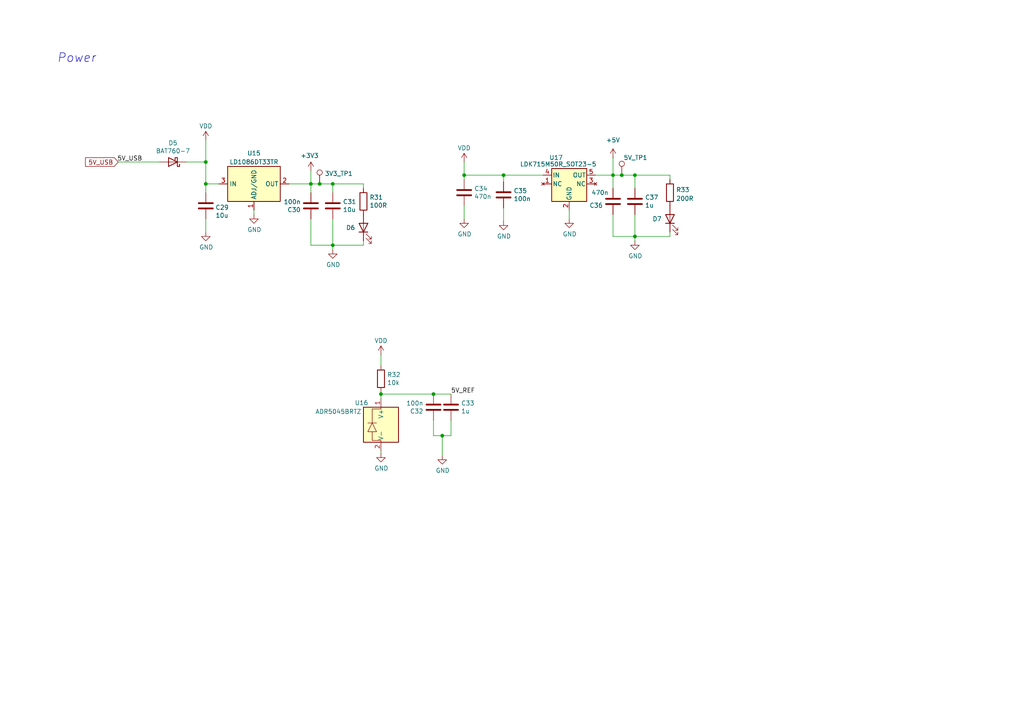
<source format=kicad_sch>
(kicad_sch (version 20231120) (generator "eeschema") (generator_version "8.0")
  (paper "A4")
  (lib_symbols
    (symbol "Connector:TestPoint" (pin_numbers hide) (pin_names (offset 0.762) hide)
      (property "Reference" "TP" (at 0 6.858 0))
      (property "Value" "TestPoint" (at 0 5.08 0))
      (symbol "TestPoint_0_1"
        (circle (center 0 3.302) (radius 0.762))
      )
      (symbol "TestPoint_1_1"
        (pin passive line (at 0 0 90) (length 2.54) (name "1") (number "1"))
      )
    )
    (symbol "Device:C" (pin_numbers hide) (pin_names (offset 0.254))
      (property "Reference" "C" (at 0.635 2.54 0))
      (property "Value" "C" (at 0.635 -2.54 0))
      (symbol "C_0_1"
        (polyline (pts (xy -2.032 -0.762) (xy 2.032 -0.762)) (stroke (width 0.508)))
        (polyline (pts (xy -2.032 0.762) (xy 2.032 0.762)) (stroke (width 0.508)))
      )
      (symbol "C_1_1"
        (pin passive line (at 0 3.81 270) (length 2.794) (name "~") (number "1"))
        (pin passive line (at 0 -3.81 90) (length 2.794) (name "~") (number "2"))
      )
    )
    (symbol "Device:LED" (pin_numbers hide) (pin_names (offset 1.016) hide)
      (property "Reference" "D" (at 0 2.54 0))
      (property "Value" "LED" (at 0 -2.54 0))
      (symbol "LED_0_1"
        (polyline (pts (xy -1.27 -1.27) (xy -1.27 1.27)) (stroke (width 0.254)))
        (polyline (pts (xy -1.27 0) (xy 1.27 0)))
        (polyline (pts (xy 1.27 -1.27) (xy 1.27 1.27) (xy -1.27 0) (xy 1.27 -1.27)) (stroke (width 0.254)))
        (polyline (pts (xy -3.048 -0.762) (xy -4.572 -2.286) (xy -3.81 -2.286) (xy -4.572 -2.286) (xy -4.572 -1.524)))
        (polyline (pts (xy -1.778 -0.762) (xy -3.302 -2.286) (xy -2.54 -2.286) (xy -3.302 -2.286) (xy -3.302 -1.524)))
      )
      (symbol "LED_1_1"
        (pin passive line (at -3.81 0 0) (length 2.54) (name "K") (number "1"))
        (pin passive line (at 3.81 0 180) (length 2.54) (name "A") (number "2"))
      )
    )
    (symbol "Device:R" (pin_numbers hide) (pin_names (offset 0))
      (property "Reference" "R" (at 2.032 0 90))
      (property "Value" "R" (at 0 0 90))
      (symbol "R_0_1"
        (rectangle (start -1.016 -2.54) (end 1.016 2.54) (stroke (width 0.254)))
      )
      (symbol "R_1_1"
        (pin passive line (at 0 3.81 270) (length 1.27) (name "~") (number "1"))
        (pin passive line (at 0 -3.81 90) (length 1.27) (name "~") (number "2"))
      )
    )
    (symbol "Regulator_Linear:LD1086DT33TR"
      (property "Reference" "U" (at 0 10.16 0))
      (property "Value" "LD1086DT33TR" (at 0 7.62 0))
      (symbol "LD1086DT33TR_1_1"
        (rectangle (start -7.62 -5.08) (end 7.62 5.08) (stroke (width 0.254)) (fill (type background)))
        (pin input line (at 0 -7.62 90) (length 2.54) (name "ADJ/GND") (number "1"))
        (pin power_out line (at 10.16 0 180) (length 2.54) (name "OUT") (number "2"))
        (pin power_in line (at -10.16 0 0) (length 2.54) (name "IN") (number "3"))
      )
    )
    (symbol "black_sensor_array_EIT_1-rescue:ADR5045BRTZ-Reference_Voltage_1"
      (property "Reference" "U" (at 0 6.35 0))
      (property "Value" "ADR5045BRTZ-Reference_Voltage_1" (at 6.858 -6.096 0))
      (symbol "ADR5045BRTZ-Reference_Voltage_1_0_1"
        (polyline (pts (xy -3.81 0.508) (xy -1.27 0.508)))
        (polyline (pts (xy 0 -5.08) (xy 0 -4.572)))
        (polyline (pts (xy 0 5.08) (xy 0 4.572)))
        (polyline (pts (xy -2.54 0.508) (xy -2.54 4.572) (xy 0 4.572)))
        (polyline (pts (xy 0 -4.572) (xy -2.54 -4.572) (xy -2.54 -2.032) (xy -3.81 -2.032) (xy -1.27 -2.032) (xy -2.54 0.508) (xy -3.81 -2.032)))
        (rectangle (start 5.08 -5.08) (end -5.08 5.08) (stroke (width 0.254)) (fill (type background)))
        (pin power_in line (at 0 7.62 270) (length 2.54) (name "V+") (number "1"))
        (pin power_in line (at 0 -7.62 90) (length 2.54) (name "V-") (number "2"))
        (pin no_connect line (at 5.08 0 0) (length 2.54) hide (name "NC") (number "3"))
      )
    )
    (symbol "black_sensor_array_EIT_1-rescue:BAT760-7-bat760-7" (pin_numbers hide) (pin_names (offset 1.016) hide)
      (property "Reference" "D" (at 0 2.54 0))
      (property "Value" "BAT760-7-bat760-7" (at 0 -2.54 0))
      (symbol "BAT760-7-bat760-7_0_1"
        (polyline (pts (xy 1.27 0) (xy -1.27 0)))
        (polyline (pts (xy 1.27 1.27) (xy 1.27 -1.27) (xy -1.27 0) (xy 1.27 1.27)) (stroke (width 0.254)))
        (polyline (pts (xy -1.905 0.635) (xy -1.905 1.27) (xy -1.27 1.27) (xy -1.27 -1.27) (xy -0.635 -1.27) (xy -0.635 -0.635)) (stroke (width 0.254)))
      )
      (symbol "BAT760-7-bat760-7_1_1"
        (pin passive line (at -3.81 0 0) (length 2.54) (name "K") (number "1"))
        (pin passive line (at 3.81 0 180) (length 2.54) (name "A") (number "2"))
      )
    )
    (symbol "black_sensor_array_EIT_1-rescue:LDK715M50R_SOT23-5-Regulator_Linear_1" (pin_names (offset 0.254))
      (property "Reference" "U" (at -3.81 5.715 0))
      (property "Value" "LDK715M50R_SOT23-5-Regulator_Linear_1" (at 0 5.715 0))
      (symbol "LDK715M50R_SOT23-5-Regulator_Linear_1_0_1"
        (rectangle (start -5.08 4.445) (end 5.08 -5.08) (stroke (width 0.254)) (fill (type background)))
      )
      (symbol "LDK715M50R_SOT23-5-Regulator_Linear_1_1_1"
        (pin no_connect line (at -7.62 0 0) (length 2.54) (name "NC") (number "1"))
        (pin power_in line (at 0 -7.62 90) (length 2.54) (name "GND") (number "2"))
        (pin no_connect line (at 7.62 0 180) (length 2.54) (name "NC") (number "3"))
        (pin power_in line (at -7.62 2.54 0) (length 2.54) (name "IN") (number "4"))
        (pin power_out line (at 7.62 2.54 180) (length 2.54) (name "OUT") (number "5"))
      )
    )
    (symbol "power:+3V3" (power) (pin_names (offset 0))
      (property "Value" "+3V3" (at 0 3.556 0))
      (symbol "+3V3_0_1"
        (polyline (pts (xy -0.762 1.27) (xy 0 2.54)))
        (polyline (pts (xy 0 0) (xy 0 2.54)))
        (polyline (pts (xy 0 2.54) (xy 0.762 1.27)))
      )
      (symbol "+3V3_1_1"
        (pin power_in line (at 0 0 90) (length 0) hide (name "+3V3") (number "1"))
      )
    )
    (symbol "power:+5V" (power) (pin_numbers hide) (pin_names (offset 0) hide)
      (property "Value" "+5V" (at 0 3.556 0))
      (symbol "+5V_0_1"
        (polyline (pts (xy -0.762 1.27) (xy 0 2.54)))
        (polyline (pts (xy 0 0) (xy 0 2.54)))
        (polyline (pts (xy 0 2.54) (xy 0.762 1.27)))
      )
      (symbol "+5V_1_1"
        (pin power_in line (at 0 0 90) (length 0) (name "~") (number "1"))
      )
    )
    (symbol "power:GND" (power) (pin_names (offset 0))
      (property "Value" "GND" (at 0 -3.81 0))
      (symbol "GND_0_1"
        (polyline (pts (xy 0 0) (xy 0 -1.27) (xy 1.27 -1.27) (xy 0 -2.54) (xy -1.27 -1.27) (xy 0 -1.27)))
      )
      (symbol "GND_1_1"
        (pin power_in line (at 0 0 270) (length 0) hide (name "GND") (number "1"))
      )
    )
    (symbol "power:VDD" (power) (pin_numbers hide) (pin_names (offset 0) hide)
      (property "Value" "VDD" (at 0 3.556 0))
      (symbol "VDD_0_1"
        (polyline (pts (xy -0.762 1.27) (xy 0 2.54)))
        (polyline (pts (xy 0 0) (xy 0 2.54)))
        (polyline (pts (xy 0 2.54) (xy 0.762 1.27)))
      )
      (symbol "VDD_1_1"
        (pin power_in line (at 0 0 90) (length 0) (name "~") (number "1"))
      )
    )
  )
  (junction (at 134.62 50.8))
  (junction (at 184.15 68.58))
  (junction (at 90.17 53.34))
  (junction (at 96.52 53.34))
  (junction (at 59.69 46.99))
  (junction (at 180.34 50.8))
  (junction (at 184.15 50.8))
  (junction (at 92.71 53.34))
  (junction (at 110.49 114.3))
  (junction (at 146.05 50.8))
  (junction (at 177.8 50.8))
  (junction (at 128.27 126.365))
  (junction (at 96.52 71.12))
  (junction (at 125.73 114.3))
  (junction (at 59.69 53.34))
  (wire (pts (xy 177.8 45.72) (xy 177.8 50.8)))
  (wire (pts (xy 59.69 53.34) (xy 63.5 53.34)))
  (wire (pts (xy 92.71 53.34) (xy 96.52 53.34)))
  (wire (pts (xy 134.62 50.8) (xy 146.05 50.8)))
  (wire (pts (xy 134.62 59.69) (xy 134.62 63.5)))
  (wire (pts (xy 184.15 62.23) (xy 184.15 68.58)))
  (wire (pts (xy 59.69 53.34) (xy 59.69 55.88)))
  (wire (pts (xy 59.69 63.5) (xy 59.69 67.31)))
  (wire (pts (xy 184.15 68.58) (xy 194.31 68.58)))
  (wire (pts (xy 128.27 126.365) (xy 130.81 126.365)))
  (wire (pts (xy 83.82 53.34) (xy 90.17 53.34)))
  (wire (pts (xy 177.8 50.8) (xy 172.72 50.8)))
  (wire (pts (xy 90.17 53.34) (xy 90.17 55.88)))
  (wire (pts (xy 105.41 69.85) (xy 105.41 71.12)))
  (wire (pts (xy 194.31 50.8) (xy 184.15 50.8)))
  (wire (pts (xy 105.41 54.61) (xy 105.41 53.34)))
  (wire (pts (xy 134.62 46.99) (xy 134.62 50.8)))
  (wire (pts (xy 194.31 68.58) (xy 194.31 67.31)))
  (wire (pts (xy 110.49 106.045) (xy 110.49 102.87)))
  (wire (pts (xy 125.73 114.3) (xy 130.81 114.3)))
  (wire (pts (xy 165.1 63.5) (xy 165.1 60.96)))
  (wire (pts (xy 184.15 68.58) (xy 184.15 69.85)))
  (wire (pts (xy 194.31 50.8) (xy 194.31 52.07)))
  (wire (pts (xy 90.17 53.34) (xy 92.71 53.34)))
  (wire (pts (xy 146.05 50.8) (xy 157.48 50.8)))
  (wire (pts (xy 90.17 71.12) (xy 96.52 71.12)))
  (wire (pts (xy 90.17 49.53) (xy 90.17 53.34)))
  (wire (pts (xy 96.52 53.34) (xy 105.41 53.34)))
  (wire (pts (xy 128.27 126.365) (xy 128.27 132.08)))
  (wire (pts (xy 125.73 126.365) (xy 128.27 126.365)))
  (wire (pts (xy 146.05 52.705) (xy 146.05 50.8)))
  (wire (pts (xy 110.49 130.81) (xy 110.49 131.445)))
  (wire (pts (xy 130.81 126.365) (xy 130.81 121.92)))
  (wire (pts (xy 125.73 121.92) (xy 125.73 126.365)))
  (wire (pts (xy 53.975 46.99) (xy 59.69 46.99)))
  (wire (pts (xy 59.69 46.99) (xy 59.69 53.34)))
  (wire (pts (xy 177.8 54.61) (xy 177.8 50.8)))
  (wire (pts (xy 110.49 113.665) (xy 110.49 114.3)))
  (wire (pts (xy 134.62 52.07) (xy 134.62 50.8)))
  (wire (pts (xy 180.34 50.8) (xy 184.15 50.8)))
  (wire (pts (xy 177.8 68.58) (xy 184.15 68.58)))
  (wire (pts (xy 110.49 114.3) (xy 110.49 115.57)))
  (wire (pts (xy 177.8 62.23) (xy 177.8 68.58)))
  (wire (pts (xy 90.17 63.5) (xy 90.17 71.12)))
  (wire (pts (xy 184.15 50.8) (xy 184.15 54.61)))
  (wire (pts (xy 96.52 63.5) (xy 96.52 71.12)))
  (wire (pts (xy 34.29 46.99) (xy 46.355 46.99)))
  (wire (pts (xy 73.66 60.96) (xy 73.66 62.23)))
  (wire (pts (xy 110.49 114.3) (xy 125.73 114.3)))
  (wire (pts (xy 96.52 71.12) (xy 96.52 72.39)))
  (wire (pts (xy 146.05 60.325) (xy 146.05 64.135)))
  (wire (pts (xy 177.8 50.8) (xy 180.34 50.8)))
  (wire (pts (xy 96.52 53.34) (xy 96.52 55.88)))
  (wire (pts (xy 105.41 71.12) (xy 96.52 71.12)))
  (wire (pts (xy 59.69 40.64) (xy 59.69 46.99)))
  (text "Power" (at 16.51 18.415 0) (effects (font (size 2.54 2.54) (italic yes)) (justify left bottom)))
  (label "5V_REF" (at 130.81 114.3 0))
  (label "5V_USB" (at 41.275 46.99 180))
  (global_label "5V_USB" (shape input) (at 34.29 46.99 180) (property "Intersheetrefs" "${INTERSHEET_REFS}" (effects (hide yes))))
  (symbol (lib_id "Device:C") (at 59.69 59.69 0) (unit 1)
    (property "Reference" "C29" (at 62.484 60.1726 0) (effects (justify left)))
    (property "Value" "10u" (at 62.484 62.484 0) (effects (justify left)))
    (property "Footprint" "Capacitor_SMD:C_0603_1608Metric_Pad1.08x0.95mm_HandSolder" (effects (hide yes)))
  )
  (symbol (lib_id "Device:C") (at 184.15 58.42 0) (unit 1)
    (property "Reference" "C37" (at 187.071 57.2516 0) (effects (justify left)))
    (property "Value" "1u" (at 187.071 59.563 0) (effects (justify left)))
    (property "Footprint" "Capacitor_SMD:C_0603_1608Metric_Pad1.08x0.95mm_HandSolder" (effects (hide yes)))
  )
  (symbol (lib_id "power:VDD") (at 59.69 40.64 0) (unit 1)
    (property "Reference" "#PWR083" (effects (hide yes)))
    (property "Value" "VDD" (at 59.69 36.576 0))
    (property "Description" "Power symbol creates a global label with name \"VDD\"" (effects (hide yes)))
  )
  (symbol (lib_id "Device:R") (at 110.49 109.855 0) (unit 1)
    (property "Reference" "R32" (at 112.268 108.6866 0) (effects (justify left)))
    (property "Value" "10k" (at 112.268 110.998 0) (effects (justify left)))
    (property "Footprint" "Resistor_SMD:R_0603_1608Metric_Pad0.98x0.95mm_HandSolder" (effects (hide yes)))
  )
  (symbol (lib_id "power:GND") (at 146.05 64.135 0) (unit 1)
    (property "Reference" "#PWR093" (effects (hide yes)))
    (property "Value" "GND" (at 146.177 68.5292 0))
  )
  (symbol (lib_id "power:GND") (at 59.69 67.31 0) (unit 1)
    (property "Reference" "#PWR084" (effects (hide yes)))
    (property "Value" "GND" (at 59.817 71.7042 0))
  )
  (symbol (lib_id "power:+3V3") (at 90.17 49.53 0) (mirror y) (unit 1)
    (property "Reference" "#PWR086" (effects (hide yes)))
    (property "Value" "+3V3" (at 89.789 45.1358 0))
  )
  (symbol (lib_id "power:GND") (at 184.15 69.85 0) (unit 1)
    (property "Reference" "#PWR096" (effects (hide yes)))
    (property "Value" "GND" (at 184.277 74.2442 0))
  )
  (symbol (lib_id "Device:R") (at 105.41 58.42 0) (unit 1)
    (property "Reference" "R31" (at 107.188 57.2516 0) (effects (justify left)))
    (property "Value" "100R" (at 107.188 59.563 0) (effects (justify left)))
    (property "Footprint" "Resistor_SMD:R_0603_1608Metric_Pad0.98x0.95mm_HandSolder" (effects (hide yes)))
  )
  (symbol (lib_id "power:GND") (at 134.62 63.5 0) (unit 1)
    (property "Reference" "#PWR092" (effects (hide yes)))
    (property "Value" "GND" (at 134.747 67.8942 0))
  )
  (symbol (lib_id "Device:C") (at 130.81 118.11 0) (unit 1)
    (property "Reference" "C33" (at 133.731 116.9416 0) (effects (justify left)))
    (property "Value" "1u" (at 133.731 119.253 0) (effects (justify left)))
    (property "Footprint" "Capacitor_SMD:C_0603_1608Metric_Pad1.08x0.95mm_HandSolder" (effects (hide yes)))
  )
  (symbol (lib_id "power:GND") (at 165.1 63.5 0) (unit 1)
    (property "Reference" "#PWR094" (effects (hide yes)))
    (property "Value" "GND" (at 165.227 67.8942 0))
  )
  (symbol (lib_id "power:GND") (at 73.66 62.23 0) (unit 1)
    (property "Reference" "#PWR085" (effects (hide yes)))
    (property "Value" "GND" (at 73.787 66.6242 0))
  )
  (symbol (lib_id "Device:LED") (at 194.31 63.5 90) (unit 1)
    (property "Reference" "D7" (at 189.23 63.5 90) (effects (justify right)))
    (property "Value" "150060VS75000" (effects (hide yes)))
    (property "Footprint" "LED_SMD:LED_0603_1608Metric_Pad1.05x0.95mm_HandSolder" (effects (hide yes)))
    (property "Datasheet" "https://www.we-online.de/katalog/datasheet/150060VS75000.pdf" (effects (hide yes)))
  )
  (symbol (lib_id "Device:C") (at 90.17 59.69 180) (unit 1)
    (property "Reference" "C30" (at 87.249 60.8584 0) (effects (justify left)))
    (property "Value" "100n" (at 87.249 58.547 0) (effects (justify left)))
    (property "Footprint" "Capacitor_SMD:C_0603_1608Metric_Pad1.08x0.95mm_HandSolder" (effects (hide yes)))
  )
  (symbol (lib_id "Regulator_Linear:LD1086DT33TR") (at 73.66 53.34 0) (unit 1)
    (property "Reference" "U15" (at 73.66 44.45 0))
    (property "Value" "LD1086DT33TR" (at 73.66 46.99 0))
    (property "Footprint" "Package_TO_SOT_SMD:TO-252-2" (effects (hide yes)))
    (property "Datasheet" "https://www.st.com/resource/en/datasheet/ld1086.pdf" (effects (hide yes)))
  )
  (symbol (lib_id "Device:C") (at 125.73 118.11 180) (unit 1)
    (property "Reference" "C32" (at 122.809 119.2784 0) (effects (justify left)))
    (property "Value" "100n" (at 122.809 116.967 0) (effects (justify left)))
    (property "Footprint" "Capacitor_SMD:C_0603_1608Metric_Pad1.08x0.95mm_HandSolder" (effects (hide yes)))
  )
  (symbol (lib_id "Device:C") (at 96.52 59.69 0) (unit 1)
    (property "Reference" "C31" (at 99.441 58.5216 0) (effects (justify left)))
    (property "Value" "10u" (at 99.441 60.833 0) (effects (justify left)))
    (property "Footprint" "Capacitor_SMD:C_0603_1608Metric_Pad1.08x0.95mm_HandSolder" (effects (hide yes)))
  )
  (symbol (lib_id "Device:C") (at 146.05 56.515 0) (unit 1)
    (property "Reference" "C35" (at 148.971 55.3466 0) (effects (justify left)))
    (property "Value" "100n" (at 148.971 57.658 0) (effects (justify left)))
    (property "Footprint" "Capacitor_SMD:C_0603_1608Metric_Pad1.08x0.95mm_HandSolder" (effects (hide yes)))
  )
  (symbol (lib_id "power:VDD") (at 110.49 102.87 0) (unit 1)
    (property "Reference" "#PWR088" (effects (hide yes)))
    (property "Value" "VDD" (at 110.49 98.806 0))
    (property "Description" "Power symbol creates a global label with name \"VDD\"" (effects (hide yes)))
  )
  (symbol (lib_id "black_sensor_array_EIT_1-rescue:ADR5045BRTZ-Reference_Voltage_1") (at 110.49 123.19 0) (unit 1)
    (property "Reference" "U16" (at 102.87 116.84 0) (effects (justify left)))
    (property "Value" "ADR5045BRTZ" (at 91.44 119.38 0) (effects (justify left)))
    (property "Footprint" "Package_TO_SOT_SMD:SOT-23" (effects (hide yes)))
  )
  (symbol (lib_id "power:VDD") (at 134.62 46.99 0) (unit 1)
    (property "Reference" "#PWR091" (effects (hide yes)))
    (property "Value" "VDD" (at 134.62 42.926 0))
    (property "Description" "Power symbol creates a global label with name \"VDD\"" (effects (hide yes)))
  )
  (symbol (lib_id "Connector:TestPoint") (at 92.71 53.34 0) (unit 1)
    (property "Reference" "3V3_TP1" (at 94.1832 50.3428 0) (effects (justify left)))
    (property "Value" "TestPoint" (effects (hide yes)))
    (property "Footprint" "TestPoint:TestPoint_Pad_D1.5mm" (effects (hide yes)))
  )
  (symbol (lib_id "power:GND") (at 110.49 131.445 0) (unit 1)
    (property "Reference" "#PWR089" (effects (hide yes)))
    (property "Value" "GND" (at 110.617 135.8392 0))
  )
  (symbol (lib_id "power:GND") (at 96.52 72.39 0) (unit 1)
    (property "Reference" "#PWR087" (effects (hide yes)))
    (property "Value" "GND" (at 96.647 76.7842 0))
  )
  (symbol (lib_id "Connector:TestPoint") (at 180.34 50.8 0) (unit 1)
    (property "Reference" "5V_TP1" (at 180.848 45.72 0) (effects (justify left)))
    (property "Value" "TestPoint" (effects (hide yes)))
    (property "Footprint" "TestPoint:TestPoint_Pad_D1.5mm" (effects (hide yes)))
  )
  (symbol (lib_id "power:GND") (at 128.27 132.08 0) (unit 1)
    (property "Reference" "#PWR090" (effects (hide yes)))
    (property "Value" "GND" (at 128.397 136.4742 0))
  )
  (symbol (lib_id "Device:R") (at 194.31 55.88 0) (unit 1)
    (property "Reference" "R33" (at 196.088 55.0453 0) (effects (justify left)))
    (property "Value" "200R" (at 196.088 57.5822 0) (effects (justify left)))
    (property "Footprint" "Resistor_SMD:R_0603_1608Metric_Pad0.98x0.95mm_HandSolder" (effects (hide yes)))
  )
  (symbol (lib_id "Device:C") (at 177.8 58.42 180) (unit 1)
    (property "Reference" "C36" (at 174.879 59.5884 0) (effects (justify left)))
    (property "Value" "470n" (at 176.53 55.88 0) (effects (justify left)))
    (property "Footprint" "Capacitor_SMD:C_0603_1608Metric_Pad1.08x0.95mm_HandSolder" (effects (hide yes)))
  )
  (symbol (lib_id "black_sensor_array_EIT_1-rescue:LDK715M50R_SOT23-5-Regulator_Linear_1") (at 165.1 53.34 0) (unit 1)
    (property "Reference" "U17" (at 161.29 45.72 0))
    (property "Value" "LDK715M50R_SOT23-5" (at 161.925 47.625 0))
    (property "Footprint" "Package_TO_SOT_SMD:SOT-23-5_HandSoldering" (effects (hide yes)))
    (property "Datasheet" "http://www.st.com/content/ccc/resource/technical/document/datasheet/29/10/f7/87/2f/66/47/f4/DM00076097.pdf/files/DM00076097.pdf/jcr:content/translations/en.DM00076097.pdf" (effects (hide yes)))
  )
  (symbol (lib_id "Device:C") (at 134.62 55.88 0) (unit 1)
    (property "Reference" "C34" (at 137.541 54.7116 0) (effects (justify left)))
    (property "Value" "470n" (at 137.541 57.023 0) (effects (justify left)))
    (property "Footprint" "Capacitor_SMD:C_0603_1608Metric_Pad1.08x0.95mm_HandSolder" (effects (hide yes)))
  )
  (symbol (lib_id "power:+5V") (at 177.8 45.72 0) (unit 1)
    (property "Reference" "#PWR095" (effects (hide yes)))
    (property "Value" "+5V" (at 177.8 40.64 0))
    (property "Description" "Power symbol creates a global label with name \"+5V\"" (effects (hide yes)))
  )
  (symbol (lib_id "black_sensor_array_EIT_1-rescue:BAT760-7-bat760-7") (at 50.165 46.99 180) (unit 1)
    (property "Reference" "D5" (at 50.165 41.4782 0))
    (property "Value" "BAT760-7" (at 50.165 43.7896 0))
    (property "Footprint" "Diode_SMD:D_SOD-323" (effects (hide yes)))
    (property "Datasheet" "https://www.diodes.com/assets/Datasheets/ds30498.pdf" (effects (hide yes)))
  )
  (symbol (lib_id "Device:LED") (at 105.41 66.04 90) (unit 1)
    (property "Reference" "D6" (at 100.33 66.04 90) (effects (justify right)))
    (property "Value" "150060VS75000" (effects (hide yes)))
    (property "Footprint" "LED_SMD:LED_0603_1608Metric_Pad1.05x0.95mm_HandSolder" (effects (hide yes)))
    (property "Datasheet" "https://www.we-online.de/katalog/datasheet/150060VS75000.pdf" (effects (hide yes)))
  )
)
</source>
